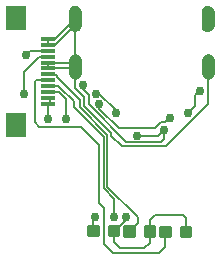
<source format=gbr>
G04 EAGLE Gerber RS-274X export*
G75*
%MOMM*%
%FSLAX34Y34*%
%LPD*%
%INTop Copper*%
%IPPOS*%
%AMOC8*
5,1,8,0,0,1.08239X$1,22.5*%
G01*
%ADD10C,1.108000*%
%ADD11R,1.300000X0.300000*%
%ADD12R,1.800000X2.000000*%
%ADD13C,0.300000*%
%ADD14C,0.152400*%
%ADD15C,0.756400*%

G36*
X59218Y193546D02*
X59218Y193546D01*
X59224Y193552D01*
X59229Y193549D01*
X60286Y193919D01*
X60290Y193926D01*
X60296Y193923D01*
X61244Y194519D01*
X61247Y194527D01*
X61252Y194526D01*
X62044Y195318D01*
X62045Y195326D01*
X62051Y195326D01*
X62647Y196274D01*
X62646Y196283D01*
X62651Y196284D01*
X63021Y197341D01*
X63020Y197345D01*
X63022Y197347D01*
X63020Y197350D01*
X63024Y197352D01*
X63149Y198465D01*
X63147Y198468D01*
X63149Y198470D01*
X63149Y210470D01*
X63147Y210473D01*
X63149Y210476D01*
X63024Y211588D01*
X63018Y211594D01*
X63021Y211599D01*
X62651Y212656D01*
X62645Y212660D01*
X62647Y212666D01*
X62051Y213614D01*
X62043Y213617D01*
X62044Y213622D01*
X61252Y214414D01*
X61244Y214415D01*
X61244Y214421D01*
X60296Y215017D01*
X60287Y215016D01*
X60286Y215021D01*
X59229Y215391D01*
X59221Y215389D01*
X59218Y215394D01*
X58106Y215519D01*
X58098Y215515D01*
X58095Y215519D01*
X56982Y215394D01*
X56976Y215388D01*
X56971Y215391D01*
X55914Y215021D01*
X55910Y215015D01*
X55904Y215017D01*
X54956Y214421D01*
X54953Y214413D01*
X54948Y214414D01*
X54156Y213622D01*
X54155Y213614D01*
X54149Y213614D01*
X53553Y212666D01*
X53554Y212657D01*
X53549Y212656D01*
X53179Y211599D01*
X53181Y211591D01*
X53176Y211588D01*
X53051Y210476D01*
X53053Y210472D01*
X53051Y210470D01*
X53051Y198470D01*
X53053Y198467D01*
X53051Y198465D01*
X53176Y197352D01*
X53182Y197346D01*
X53179Y197341D01*
X53549Y196284D01*
X53556Y196280D01*
X53553Y196274D01*
X54149Y195326D01*
X54157Y195323D01*
X54156Y195318D01*
X54948Y194526D01*
X54956Y194525D01*
X54956Y194519D01*
X55904Y193923D01*
X55913Y193924D01*
X55914Y193919D01*
X56971Y193549D01*
X56979Y193551D01*
X56982Y193546D01*
X58095Y193421D01*
X58102Y193425D01*
X58106Y193421D01*
X59218Y193546D01*
G37*
G36*
X171618Y193546D02*
X171618Y193546D01*
X171624Y193552D01*
X171629Y193549D01*
X172686Y193919D01*
X172690Y193926D01*
X172696Y193923D01*
X173644Y194519D01*
X173647Y194527D01*
X173652Y194526D01*
X174444Y195318D01*
X174445Y195326D01*
X174451Y195326D01*
X175047Y196274D01*
X175046Y196283D01*
X175051Y196284D01*
X175421Y197341D01*
X175420Y197345D01*
X175422Y197347D01*
X175420Y197350D01*
X175424Y197352D01*
X175549Y198465D01*
X175547Y198468D01*
X175549Y198470D01*
X175549Y210470D01*
X175547Y210473D01*
X175549Y210476D01*
X175424Y211588D01*
X175418Y211594D01*
X175421Y211599D01*
X175051Y212656D01*
X175045Y212660D01*
X175047Y212666D01*
X174451Y213614D01*
X174443Y213617D01*
X174444Y213622D01*
X173652Y214414D01*
X173644Y214415D01*
X173644Y214421D01*
X172696Y215017D01*
X172687Y215016D01*
X172686Y215021D01*
X171629Y215391D01*
X171621Y215389D01*
X171618Y215394D01*
X170506Y215519D01*
X170498Y215515D01*
X170495Y215519D01*
X169382Y215394D01*
X169376Y215388D01*
X169371Y215391D01*
X168314Y215021D01*
X168310Y215015D01*
X168304Y215017D01*
X167356Y214421D01*
X167353Y214413D01*
X167348Y214414D01*
X166556Y213622D01*
X166555Y213614D01*
X166549Y213614D01*
X165953Y212666D01*
X165954Y212657D01*
X165949Y212656D01*
X165579Y211599D01*
X165581Y211591D01*
X165576Y211588D01*
X165451Y210476D01*
X165453Y210472D01*
X165451Y210470D01*
X165451Y198470D01*
X165453Y198467D01*
X165451Y198465D01*
X165576Y197352D01*
X165582Y197346D01*
X165579Y197341D01*
X165949Y196284D01*
X165956Y196280D01*
X165953Y196274D01*
X166549Y195326D01*
X166557Y195323D01*
X166556Y195318D01*
X167348Y194526D01*
X167356Y194525D01*
X167356Y194519D01*
X168304Y193923D01*
X168313Y193924D01*
X168314Y193919D01*
X169371Y193549D01*
X169379Y193551D01*
X169382Y193546D01*
X170495Y193421D01*
X170502Y193425D01*
X170506Y193421D01*
X171618Y193546D01*
G37*
G36*
X59218Y155546D02*
X59218Y155546D01*
X59224Y155552D01*
X59229Y155549D01*
X60286Y155919D01*
X60290Y155926D01*
X60296Y155923D01*
X61244Y156519D01*
X61247Y156527D01*
X61252Y156526D01*
X62044Y157318D01*
X62045Y157326D01*
X62051Y157326D01*
X62647Y158274D01*
X62646Y158283D01*
X62651Y158284D01*
X63021Y159341D01*
X63020Y159345D01*
X63022Y159347D01*
X63020Y159350D01*
X63024Y159352D01*
X63149Y160465D01*
X63147Y160468D01*
X63149Y160470D01*
X63149Y168470D01*
X63147Y168473D01*
X63149Y168476D01*
X63024Y169588D01*
X63018Y169594D01*
X63021Y169599D01*
X62651Y170656D01*
X62645Y170660D01*
X62647Y170666D01*
X62051Y171614D01*
X62043Y171617D01*
X62044Y171622D01*
X61252Y172414D01*
X61244Y172415D01*
X61244Y172421D01*
X60296Y173017D01*
X60287Y173016D01*
X60286Y173021D01*
X59229Y173391D01*
X59221Y173389D01*
X59218Y173394D01*
X58106Y173519D01*
X58098Y173515D01*
X58095Y173519D01*
X56982Y173394D01*
X56976Y173388D01*
X56971Y173391D01*
X55914Y173021D01*
X55910Y173015D01*
X55904Y173017D01*
X54956Y172421D01*
X54953Y172413D01*
X54948Y172414D01*
X54156Y171622D01*
X54155Y171614D01*
X54149Y171614D01*
X53553Y170666D01*
X53554Y170657D01*
X53549Y170656D01*
X53179Y169599D01*
X53181Y169591D01*
X53176Y169588D01*
X53051Y168476D01*
X53053Y168472D01*
X53051Y168470D01*
X53051Y160470D01*
X53053Y160467D01*
X53051Y160465D01*
X53176Y159352D01*
X53182Y159346D01*
X53179Y159341D01*
X53549Y158284D01*
X53556Y158280D01*
X53553Y158274D01*
X54149Y157326D01*
X54157Y157323D01*
X54156Y157318D01*
X54948Y156526D01*
X54956Y156525D01*
X54956Y156519D01*
X55904Y155923D01*
X55913Y155924D01*
X55914Y155919D01*
X56971Y155549D01*
X56979Y155551D01*
X56982Y155546D01*
X58095Y155421D01*
X58102Y155425D01*
X58106Y155421D01*
X59218Y155546D01*
G37*
G36*
X171618Y155546D02*
X171618Y155546D01*
X171624Y155552D01*
X171629Y155549D01*
X172686Y155919D01*
X172690Y155926D01*
X172696Y155923D01*
X173644Y156519D01*
X173647Y156527D01*
X173652Y156526D01*
X174444Y157318D01*
X174445Y157326D01*
X174451Y157326D01*
X175047Y158274D01*
X175046Y158283D01*
X175051Y158284D01*
X175421Y159341D01*
X175420Y159345D01*
X175422Y159347D01*
X175420Y159350D01*
X175424Y159352D01*
X175549Y160465D01*
X175547Y160468D01*
X175549Y160470D01*
X175549Y168470D01*
X175547Y168473D01*
X175549Y168476D01*
X175424Y169588D01*
X175418Y169594D01*
X175421Y169599D01*
X175051Y170656D01*
X175045Y170660D01*
X175047Y170666D01*
X174451Y171614D01*
X174443Y171617D01*
X174444Y171622D01*
X173652Y172414D01*
X173644Y172415D01*
X173644Y172421D01*
X172696Y173017D01*
X172687Y173016D01*
X172686Y173021D01*
X171629Y173391D01*
X171621Y173389D01*
X171618Y173394D01*
X170506Y173519D01*
X170498Y173515D01*
X170495Y173519D01*
X169382Y173394D01*
X169376Y173388D01*
X169371Y173391D01*
X168314Y173021D01*
X168310Y173015D01*
X168304Y173017D01*
X167356Y172421D01*
X167353Y172413D01*
X167348Y172414D01*
X166556Y171622D01*
X166555Y171614D01*
X166549Y171614D01*
X165953Y170666D01*
X165954Y170657D01*
X165949Y170656D01*
X165579Y169599D01*
X165581Y169591D01*
X165576Y169588D01*
X165451Y168476D01*
X165453Y168472D01*
X165451Y168470D01*
X165451Y160470D01*
X165453Y160467D01*
X165451Y160465D01*
X165576Y159352D01*
X165582Y159346D01*
X165579Y159341D01*
X165949Y158284D01*
X165956Y158280D01*
X165953Y158274D01*
X166549Y157326D01*
X166557Y157323D01*
X166556Y157318D01*
X167348Y156526D01*
X167356Y156525D01*
X167356Y156519D01*
X168304Y155923D01*
X168313Y155924D01*
X168314Y155919D01*
X169371Y155549D01*
X169379Y155551D01*
X169382Y155546D01*
X170495Y155421D01*
X170502Y155425D01*
X170506Y155421D01*
X171618Y155546D01*
G37*
D10*
X58100Y198930D02*
X58100Y210010D01*
X170500Y170010D02*
X170500Y158930D01*
X58100Y158930D02*
X58100Y170010D01*
X170500Y198930D02*
X170500Y210010D01*
D11*
X35560Y187520D03*
X35560Y182520D03*
X35560Y177520D03*
X35560Y172520D03*
X35560Y167520D03*
X35560Y162520D03*
X35560Y157520D03*
X35560Y152520D03*
X35560Y147520D03*
X35560Y142520D03*
X35560Y137520D03*
X35560Y132520D03*
D12*
X8060Y114520D03*
X8060Y205520D03*
D13*
X155780Y27750D02*
X155780Y20750D01*
X148780Y20750D01*
X148780Y27750D01*
X155780Y27750D01*
X155780Y23600D02*
X148780Y23600D01*
X148780Y26450D02*
X155780Y26450D01*
X138240Y27750D02*
X138240Y20750D01*
X131240Y20750D01*
X131240Y27750D01*
X138240Y27750D01*
X138240Y23600D02*
X131240Y23600D01*
X131240Y26450D02*
X138240Y26450D01*
X125300Y27990D02*
X125300Y20990D01*
X118300Y20990D01*
X118300Y27990D01*
X125300Y27990D01*
X125300Y23840D02*
X118300Y23840D01*
X118300Y26690D02*
X125300Y26690D01*
X107760Y27990D02*
X107760Y20990D01*
X100760Y20990D01*
X100760Y27990D01*
X107760Y27990D01*
X107760Y23840D02*
X100760Y23840D01*
X100760Y26690D02*
X107760Y26690D01*
X94820Y28230D02*
X94820Y21230D01*
X87820Y21230D01*
X87820Y28230D01*
X94820Y28230D01*
X94820Y24080D02*
X87820Y24080D01*
X87820Y26930D02*
X94820Y26930D01*
X77280Y28230D02*
X77280Y21230D01*
X70280Y21230D01*
X70280Y28230D01*
X77280Y28230D01*
X77280Y24080D02*
X70280Y24080D01*
X70280Y26930D02*
X77280Y26930D01*
D14*
X35560Y162520D02*
X36576Y163068D01*
X35560Y182520D02*
X36576Y182880D01*
X36576Y187452D02*
X35560Y187520D01*
X36576Y167640D02*
X35560Y167520D01*
X88900Y105410D02*
X97790Y96520D01*
X88900Y105410D02*
X88900Y107950D01*
X66040Y130810D01*
X66040Y138430D01*
X97790Y96520D02*
X134874Y96520D01*
X170688Y132334D01*
X170688Y163068D01*
X170500Y164470D01*
X58100Y199390D02*
X58100Y204470D01*
X58100Y199390D02*
X58100Y164470D01*
X35560Y182520D02*
X35560Y187520D01*
X35560Y167520D02*
X35560Y162520D01*
X35560Y167520D02*
X55050Y167520D01*
X58100Y164470D01*
X56150Y162520D02*
X35560Y162520D01*
X56150Y162520D02*
X58100Y164470D01*
X41150Y187520D02*
X35560Y187520D01*
X41150Y187520D02*
X58100Y204470D01*
X41230Y182520D02*
X35560Y182520D01*
X41230Y182520D02*
X58100Y199390D01*
X58100Y164470D02*
X58100Y146370D01*
X66040Y138430D01*
X35560Y177520D02*
X20040Y177520D01*
X16510Y173990D01*
D15*
X16510Y173990D03*
X64770Y148590D03*
D14*
X133350Y110490D02*
X133350Y102870D01*
X130810Y100330D01*
X101600Y100330D01*
X64770Y144780D02*
X64770Y148590D01*
X69850Y132080D02*
X101600Y100330D01*
X69850Y132080D02*
X69850Y139700D01*
X64770Y144780D01*
D15*
X133350Y110490D03*
X110490Y105410D03*
D14*
X128270Y105410D01*
X133350Y110490D01*
X35560Y172520D02*
X27940Y172520D01*
X15240Y159820D01*
D15*
X15240Y140970D03*
D14*
X15240Y159820D01*
D15*
X76200Y140970D03*
D14*
X78740Y140970D01*
X92710Y127000D02*
X92710Y124460D01*
X92710Y127000D02*
X78740Y140970D01*
D15*
X92710Y124460D03*
D14*
X85344Y62484D02*
X111252Y36576D01*
X42672Y155448D02*
X42672Y156972D01*
X42672Y155448D02*
X62230Y135890D01*
X62230Y129540D01*
X42672Y156972D02*
X36576Y156972D01*
X35560Y157520D01*
X85344Y106426D02*
X85344Y62484D01*
X85344Y106426D02*
X62230Y129540D01*
X111252Y36576D02*
X111252Y31482D01*
X104260Y24490D01*
X35560Y152520D02*
X25520Y152520D01*
X24130Y151130D01*
X24130Y116840D01*
X27940Y113030D01*
X78740Y97790D02*
X78740Y48260D01*
X82550Y44450D01*
X82550Y13970D01*
X90170Y6350D01*
X129540Y6350D01*
X63500Y113030D02*
X27940Y113030D01*
X63500Y113030D02*
X78740Y97790D01*
X134740Y11550D02*
X129540Y6350D01*
X134740Y11550D02*
X134740Y24250D01*
X91440Y51816D02*
X82296Y60960D01*
X44704Y147066D02*
X44704Y147828D01*
X44704Y147066D02*
X57150Y134620D01*
X57150Y129540D01*
X44704Y147828D02*
X36576Y147828D01*
X35560Y147520D01*
X82296Y104394D02*
X82296Y60960D01*
X82296Y104394D02*
X57150Y129540D01*
X91440Y51816D02*
X91440Y36830D01*
D15*
X91440Y36830D03*
X74930Y36830D03*
D14*
X73780Y35680D01*
X73780Y24730D01*
X50800Y136398D02*
X44678Y142520D01*
X35560Y142520D01*
X50800Y136398D02*
X50800Y119888D01*
D15*
X50800Y119888D03*
X101600Y36830D03*
D14*
X101600Y34290D01*
X92040Y24730D01*
X91320Y24730D01*
X91320Y15360D01*
X96520Y10160D01*
X116840Y10160D01*
X121800Y15120D01*
X121800Y24490D01*
X121800Y34170D01*
X125730Y38100D01*
X149860Y38100D01*
X152280Y35680D02*
X152280Y24250D01*
X152280Y35680D02*
X149860Y38100D01*
X36576Y132588D02*
X36576Y137160D01*
X36576Y132588D02*
X35560Y132520D01*
X36576Y137160D02*
X35560Y137520D01*
X35560Y132520D02*
X35560Y119380D01*
D15*
X35560Y119380D03*
X153897Y124687D03*
X163830Y143510D03*
D14*
X160020Y139700D01*
X160020Y130810D01*
X153897Y124687D01*
D15*
X138430Y120650D03*
D14*
X134620Y116840D01*
X130810Y116840D01*
X125730Y111760D01*
X95250Y111760D01*
X78740Y128270D02*
X78740Y132080D01*
X78740Y128270D02*
X95250Y111760D01*
D15*
X78740Y132080D03*
M02*

</source>
